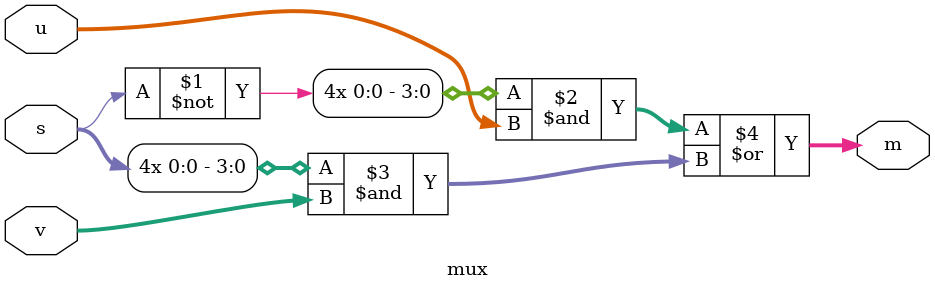
<source format=v>
module lab2_2(input [17:0] SW, output [6:0] HEX0, HEX1, HEX2, HEX3);

  wire z;
  wire [3:0] m, aOut;
  assign A[3] = 0;

  comparator C (SW[3:0], z);
  cctA A (SW[3:0], aOut[2:0]);
  mux M (z, SW[3:0], aOut, m);
  cctB B (z, HEX1);
  ssd S (m, HEX0);
endmodule

module ssd (input [3:0] b, output [6:0] seg);

		 assign seg[0] = ((~b[3] & ~b[2] & ~b[1] &  b[0]) | (~b[3] &  b[2] & ~b[1] & ~b[0]));
       assign seg[1] = ((~b[3] &  b[2] & ~b[1] &  b[0]) | (~b[3] &  b[2] &  b[1] & ~b[0]));
       assign seg[2] =  (~b[3] & ~b[2] &  b[1] & ~b[0]);
       assign seg[3] = ((~b[3] & ~b[2] & ~b[1] &  b[0]) | (~b[3] &  b[2] & ~b[1] & ~b[0]) | (~b[3] &  b[2] & b[1] & b[0]) | (b[3] & ~b[2] & ~b[1] & b[0]));
       assign seg[4] = ~((~b[2] & ~b[0]) | (b[1] & ~b[0]));
       assign seg[5] = ((~b[3] & ~b[2] & ~b[1] &  b[0]) | (~b[3] & ~b[2] &  b[1] & ~b[0]) | (~b[3] & ~b[2] & b[1] & b[0]) | (~b[3] & b[2] & b[1] & b[0]));
       assign seg[6] = ((~b[3] & ~b[2] & ~b[1] &  b[0]) | (~b[3] & ~b[2] & ~b[1] & ~b[0]) | (~b[3] &  b[2] & b[1] & b[0]));

endmodule

module comparator (input [3:0] v, output z);
  assign z = (v[3] & (v[2] | v[1]));
endmodule

module cctA (input [2:0] v, output [2:0] a);
  assign a[0] = v[0];
  assign a[1] = ~v[1];
  assign a[2] = (v[2] & v[1]);
endmodule

module cctB (input z, output [6:0]ssd);
  assign ssd[6] = 1;
  assign ssd[5:4] = 2'b00;
  assign ssd[3:1] = {3{z}};
  assign ssd[0] = z;
endmodule

module mux (s, u, v, m);
  // if ~s, send U
  input s;
  input [3:0] u, v;
  output [3:0] m;

  assign m = ({4{~s}} & u) | ({4{s}} & v);
endmodule
</source>
